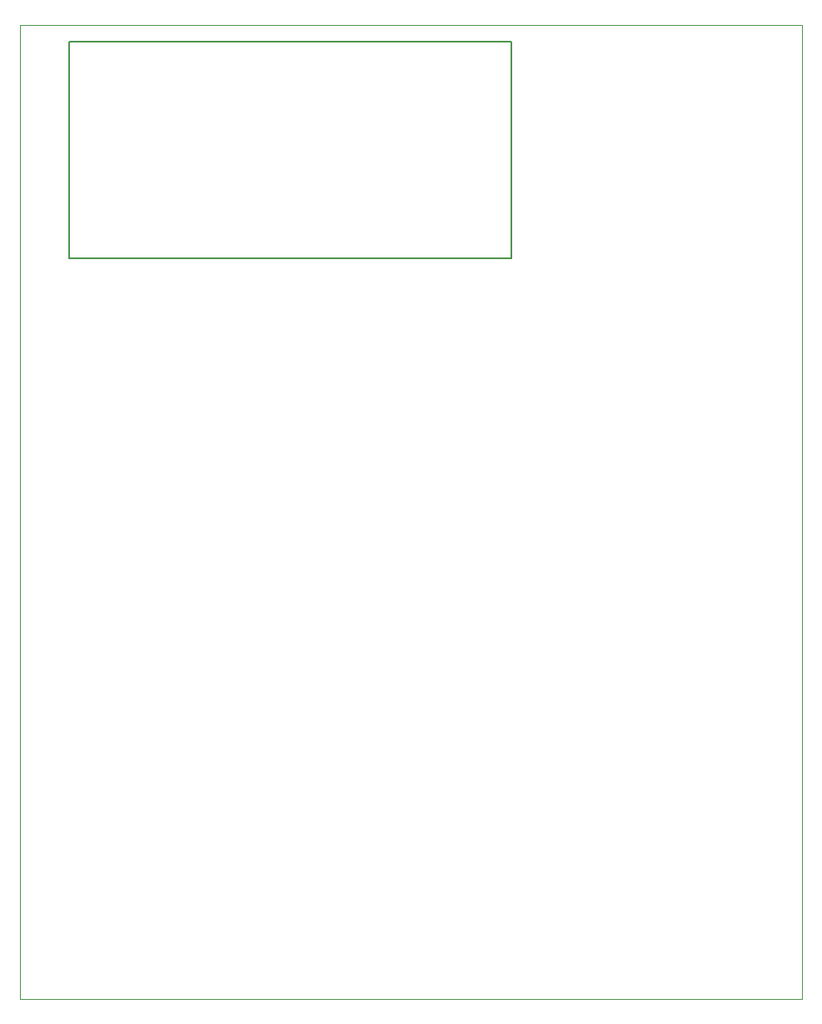
<source format=gbr>
%TF.GenerationSoftware,KiCad,Pcbnew,7.0.6*%
%TF.CreationDate,2023-07-25T17:39:36+01:00*%
%TF.ProjectId,Coursework,436f7572-7365-4776-9f72-6b2e6b696361,rev?*%
%TF.SameCoordinates,Original*%
%TF.FileFunction,Profile,NP*%
%FSLAX46Y46*%
G04 Gerber Fmt 4.6, Leading zero omitted, Abs format (unit mm)*
G04 Created by KiCad (PCBNEW 7.0.6) date 2023-07-25 17:39:36*
%MOMM*%
%LPD*%
G01*
G04 APERTURE LIST*
%TA.AperFunction,Profile*%
%ADD10C,0.150000*%
%TD*%
%TA.AperFunction,Profile*%
%ADD11C,0.100000*%
%TD*%
G04 APERTURE END LIST*
D10*
X94000000Y-43000000D02*
X139000000Y-43000000D01*
X139000000Y-65000000D01*
X94000000Y-65000000D01*
X94000000Y-43000000D01*
D11*
X89027000Y-41275000D02*
X168500000Y-41275000D01*
X168500000Y-140300000D01*
X89027000Y-140300000D01*
X89027000Y-41275000D01*
M02*

</source>
